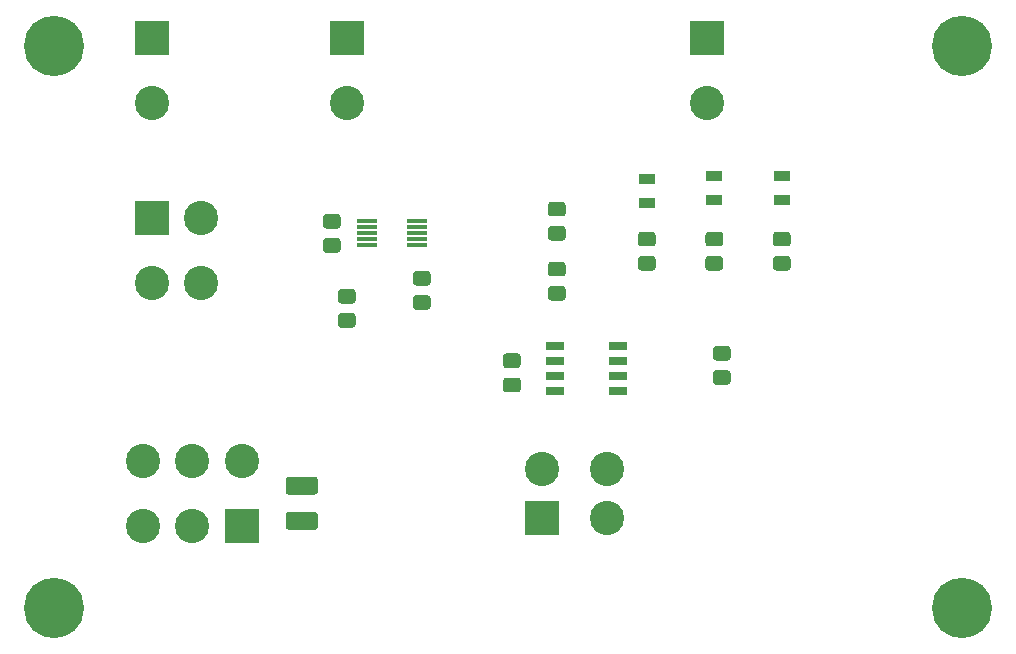
<source format=gbr>
%TF.GenerationSoftware,KiCad,Pcbnew,(5.1.6)-1*%
%TF.CreationDate,2021-01-11T16:43:41-05:00*%
%TF.ProjectId,GLV_BOBV6,474c565f-424f-4425-9636-2e6b69636164,rev?*%
%TF.SameCoordinates,Original*%
%TF.FileFunction,Soldermask,Top*%
%TF.FilePolarity,Negative*%
%FSLAX46Y46*%
G04 Gerber Fmt 4.6, Leading zero omitted, Abs format (unit mm)*
G04 Created by KiCad (PCBNEW (5.1.6)-1) date 2021-01-11 16:43:41*
%MOMM*%
%LPD*%
G01*
G04 APERTURE LIST*
%ADD10R,1.649400X0.658800*%
%ADD11R,1.344600X0.963600*%
%ADD12R,2.900000X2.900000*%
%ADD13C,2.900000*%
%ADD14R,1.674800X0.379400*%
%ADD15C,5.100000*%
G04 APERTURE END LIST*
%TO.C,R3*%
G36*
G01*
X149068262Y-46100000D02*
X148111738Y-46100000D01*
G75*
G02*
X147840000Y-45828262I0J271738D01*
G01*
X147840000Y-45121738D01*
G75*
G02*
X148111738Y-44850000I271738J0D01*
G01*
X149068262Y-44850000D01*
G75*
G02*
X149340000Y-45121738I0J-271738D01*
G01*
X149340000Y-45828262D01*
G75*
G02*
X149068262Y-46100000I-271738J0D01*
G01*
G37*
G36*
G01*
X149068262Y-44050000D02*
X148111738Y-44050000D01*
G75*
G02*
X147840000Y-43778262I0J271738D01*
G01*
X147840000Y-43071738D01*
G75*
G02*
X148111738Y-42800000I271738J0D01*
G01*
X149068262Y-42800000D01*
G75*
G02*
X149340000Y-43071738I0J-271738D01*
G01*
X149340000Y-43778262D01*
G75*
G02*
X149068262Y-44050000I-271738J0D01*
G01*
G37*
%TD*%
%TO.C,R2*%
G36*
G01*
X155418262Y-42535000D02*
X154461738Y-42535000D01*
G75*
G02*
X154190000Y-42263262I0J271738D01*
G01*
X154190000Y-41556738D01*
G75*
G02*
X154461738Y-41285000I271738J0D01*
G01*
X155418262Y-41285000D01*
G75*
G02*
X155690000Y-41556738I0J-271738D01*
G01*
X155690000Y-42263262D01*
G75*
G02*
X155418262Y-42535000I-271738J0D01*
G01*
G37*
G36*
G01*
X155418262Y-44585000D02*
X154461738Y-44585000D01*
G75*
G02*
X154190000Y-44313262I0J271738D01*
G01*
X154190000Y-43606738D01*
G75*
G02*
X154461738Y-43335000I271738J0D01*
G01*
X155418262Y-43335000D01*
G75*
G02*
X155690000Y-43606738I0J-271738D01*
G01*
X155690000Y-44313262D01*
G75*
G02*
X155418262Y-44585000I-271738J0D01*
G01*
G37*
%TD*%
%TO.C,C1*%
G36*
G01*
X147798262Y-39750000D02*
X146841738Y-39750000D01*
G75*
G02*
X146570000Y-39478262I0J271738D01*
G01*
X146570000Y-38771738D01*
G75*
G02*
X146841738Y-38500000I271738J0D01*
G01*
X147798262Y-38500000D01*
G75*
G02*
X148070000Y-38771738I0J-271738D01*
G01*
X148070000Y-39478262D01*
G75*
G02*
X147798262Y-39750000I-271738J0D01*
G01*
G37*
G36*
G01*
X147798262Y-37700000D02*
X146841738Y-37700000D01*
G75*
G02*
X146570000Y-37428262I0J271738D01*
G01*
X146570000Y-36721738D01*
G75*
G02*
X146841738Y-36450000I271738J0D01*
G01*
X147798262Y-36450000D01*
G75*
G02*
X148070000Y-36721738I0J-271738D01*
G01*
X148070000Y-37428262D01*
G75*
G02*
X147798262Y-37700000I-271738J0D01*
G01*
G37*
%TD*%
%TO.C,C2*%
G36*
G01*
X162081738Y-50320000D02*
X163038262Y-50320000D01*
G75*
G02*
X163310000Y-50591738I0J-271738D01*
G01*
X163310000Y-51298262D01*
G75*
G02*
X163038262Y-51570000I-271738J0D01*
G01*
X162081738Y-51570000D01*
G75*
G02*
X161810000Y-51298262I0J271738D01*
G01*
X161810000Y-50591738D01*
G75*
G02*
X162081738Y-50320000I271738J0D01*
G01*
G37*
G36*
G01*
X162081738Y-48270000D02*
X163038262Y-48270000D01*
G75*
G02*
X163310000Y-48541738I0J-271738D01*
G01*
X163310000Y-49248262D01*
G75*
G02*
X163038262Y-49520000I-271738J0D01*
G01*
X162081738Y-49520000D01*
G75*
G02*
X161810000Y-49248262I0J271738D01*
G01*
X161810000Y-48541738D01*
G75*
G02*
X162081738Y-48270000I271738J0D01*
G01*
G37*
%TD*%
%TO.C,C3*%
G36*
G01*
X180818262Y-50935000D02*
X179861738Y-50935000D01*
G75*
G02*
X179590000Y-50663262I0J271738D01*
G01*
X179590000Y-49956738D01*
G75*
G02*
X179861738Y-49685000I271738J0D01*
G01*
X180818262Y-49685000D01*
G75*
G02*
X181090000Y-49956738I0J-271738D01*
G01*
X181090000Y-50663262D01*
G75*
G02*
X180818262Y-50935000I-271738J0D01*
G01*
G37*
G36*
G01*
X180818262Y-48885000D02*
X179861738Y-48885000D01*
G75*
G02*
X179590000Y-48613262I0J271738D01*
G01*
X179590000Y-47906738D01*
G75*
G02*
X179861738Y-47635000I271738J0D01*
G01*
X180818262Y-47635000D01*
G75*
G02*
X181090000Y-47906738I0J-271738D01*
G01*
X181090000Y-48613262D01*
G75*
G02*
X180818262Y-48885000I-271738J0D01*
G01*
G37*
%TD*%
D10*
%TO.C,CR1*%
X166230300Y-47625000D03*
X166230300Y-48895000D03*
X166230300Y-50165000D03*
X166230300Y-51435000D03*
X171589700Y-51435000D03*
X171589700Y-50165000D03*
X171589700Y-48895000D03*
X171589700Y-47625000D03*
%TD*%
D11*
%TO.C,D1*%
X173990000Y-33502600D03*
X173990000Y-35560000D03*
%TD*%
%TO.C,D2*%
X179705000Y-35318700D03*
X179705000Y-33261300D03*
%TD*%
%TO.C,D3*%
X185420000Y-33261300D03*
X185420000Y-35318700D03*
%TD*%
D12*
%TO.C,J1*%
X132080000Y-21590000D03*
D13*
X132080000Y-27090000D03*
%TD*%
D12*
%TO.C,J2*%
X179070000Y-21590000D03*
D13*
X179070000Y-27090000D03*
%TD*%
%TO.C,J3*%
X148590000Y-27090000D03*
D12*
X148590000Y-21590000D03*
%TD*%
D13*
%TO.C,J4*%
X170600000Y-58030000D03*
X170600000Y-62230000D03*
X165100000Y-58030000D03*
D12*
X165100000Y-62230000D03*
%TD*%
%TO.C,J5*%
X132080000Y-36830000D03*
D13*
X136280000Y-36830000D03*
X132080000Y-42330000D03*
X136280000Y-42330000D03*
%TD*%
D12*
%TO.C,J6*%
X139700000Y-62865000D03*
D13*
X135500000Y-62865000D03*
X131300000Y-62865000D03*
X139700000Y-57365000D03*
X135500000Y-57365000D03*
X131300000Y-57365000D03*
%TD*%
%TO.C,R1*%
G36*
G01*
X143672544Y-58710000D02*
X145887456Y-58710000D01*
G75*
G02*
X146155000Y-58977544I0J-267544D01*
G01*
X146155000Y-59967456D01*
G75*
G02*
X145887456Y-60235000I-267544J0D01*
G01*
X143672544Y-60235000D01*
G75*
G02*
X143405000Y-59967456I0J267544D01*
G01*
X143405000Y-58977544D01*
G75*
G02*
X143672544Y-58710000I267544J0D01*
G01*
G37*
G36*
G01*
X143672544Y-61685000D02*
X145887456Y-61685000D01*
G75*
G02*
X146155000Y-61952544I0J-267544D01*
G01*
X146155000Y-62942456D01*
G75*
G02*
X145887456Y-63210000I-267544J0D01*
G01*
X143672544Y-63210000D01*
G75*
G02*
X143405000Y-62942456I0J267544D01*
G01*
X143405000Y-61952544D01*
G75*
G02*
X143672544Y-61685000I267544J0D01*
G01*
G37*
%TD*%
%TO.C,R4*%
G36*
G01*
X166848262Y-41755000D02*
X165891738Y-41755000D01*
G75*
G02*
X165620000Y-41483262I0J271738D01*
G01*
X165620000Y-40776738D01*
G75*
G02*
X165891738Y-40505000I271738J0D01*
G01*
X166848262Y-40505000D01*
G75*
G02*
X167120000Y-40776738I0J-271738D01*
G01*
X167120000Y-41483262D01*
G75*
G02*
X166848262Y-41755000I-271738J0D01*
G01*
G37*
G36*
G01*
X166848262Y-43805000D02*
X165891738Y-43805000D01*
G75*
G02*
X165620000Y-43533262I0J271738D01*
G01*
X165620000Y-42826738D01*
G75*
G02*
X165891738Y-42555000I271738J0D01*
G01*
X166848262Y-42555000D01*
G75*
G02*
X167120000Y-42826738I0J-271738D01*
G01*
X167120000Y-43533262D01*
G75*
G02*
X166848262Y-43805000I-271738J0D01*
G01*
G37*
%TD*%
%TO.C,R5*%
G36*
G01*
X166848262Y-38725000D02*
X165891738Y-38725000D01*
G75*
G02*
X165620000Y-38453262I0J271738D01*
G01*
X165620000Y-37746738D01*
G75*
G02*
X165891738Y-37475000I271738J0D01*
G01*
X166848262Y-37475000D01*
G75*
G02*
X167120000Y-37746738I0J-271738D01*
G01*
X167120000Y-38453262D01*
G75*
G02*
X166848262Y-38725000I-271738J0D01*
G01*
G37*
G36*
G01*
X166848262Y-36675000D02*
X165891738Y-36675000D01*
G75*
G02*
X165620000Y-36403262I0J271738D01*
G01*
X165620000Y-35696738D01*
G75*
G02*
X165891738Y-35425000I271738J0D01*
G01*
X166848262Y-35425000D01*
G75*
G02*
X167120000Y-35696738I0J-271738D01*
G01*
X167120000Y-36403262D01*
G75*
G02*
X166848262Y-36675000I-271738J0D01*
G01*
G37*
%TD*%
%TO.C,R7*%
G36*
G01*
X173511738Y-37965000D02*
X174468262Y-37965000D01*
G75*
G02*
X174740000Y-38236738I0J-271738D01*
G01*
X174740000Y-38943262D01*
G75*
G02*
X174468262Y-39215000I-271738J0D01*
G01*
X173511738Y-39215000D01*
G75*
G02*
X173240000Y-38943262I0J271738D01*
G01*
X173240000Y-38236738D01*
G75*
G02*
X173511738Y-37965000I271738J0D01*
G01*
G37*
G36*
G01*
X173511738Y-40015000D02*
X174468262Y-40015000D01*
G75*
G02*
X174740000Y-40286738I0J-271738D01*
G01*
X174740000Y-40993262D01*
G75*
G02*
X174468262Y-41265000I-271738J0D01*
G01*
X173511738Y-41265000D01*
G75*
G02*
X173240000Y-40993262I0J271738D01*
G01*
X173240000Y-40286738D01*
G75*
G02*
X173511738Y-40015000I271738J0D01*
G01*
G37*
%TD*%
%TO.C,R8*%
G36*
G01*
X179226738Y-37965000D02*
X180183262Y-37965000D01*
G75*
G02*
X180455000Y-38236738I0J-271738D01*
G01*
X180455000Y-38943262D01*
G75*
G02*
X180183262Y-39215000I-271738J0D01*
G01*
X179226738Y-39215000D01*
G75*
G02*
X178955000Y-38943262I0J271738D01*
G01*
X178955000Y-38236738D01*
G75*
G02*
X179226738Y-37965000I271738J0D01*
G01*
G37*
G36*
G01*
X179226738Y-40015000D02*
X180183262Y-40015000D01*
G75*
G02*
X180455000Y-40286738I0J-271738D01*
G01*
X180455000Y-40993262D01*
G75*
G02*
X180183262Y-41265000I-271738J0D01*
G01*
X179226738Y-41265000D01*
G75*
G02*
X178955000Y-40993262I0J271738D01*
G01*
X178955000Y-40286738D01*
G75*
G02*
X179226738Y-40015000I271738J0D01*
G01*
G37*
%TD*%
%TO.C,R9*%
G36*
G01*
X184941738Y-40015000D02*
X185898262Y-40015000D01*
G75*
G02*
X186170000Y-40286738I0J-271738D01*
G01*
X186170000Y-40993262D01*
G75*
G02*
X185898262Y-41265000I-271738J0D01*
G01*
X184941738Y-41265000D01*
G75*
G02*
X184670000Y-40993262I0J271738D01*
G01*
X184670000Y-40286738D01*
G75*
G02*
X184941738Y-40015000I271738J0D01*
G01*
G37*
G36*
G01*
X184941738Y-37965000D02*
X185898262Y-37965000D01*
G75*
G02*
X186170000Y-38236738I0J-271738D01*
G01*
X186170000Y-38943262D01*
G75*
G02*
X185898262Y-39215000I-271738J0D01*
G01*
X184941738Y-39215000D01*
G75*
G02*
X184670000Y-38943262I0J271738D01*
G01*
X184670000Y-38236738D01*
G75*
G02*
X184941738Y-37965000I271738J0D01*
G01*
G37*
%TD*%
D14*
%TO.C,U1*%
X150304500Y-37099999D03*
X150304500Y-37600001D03*
X150304500Y-38100000D03*
X150304500Y-38599999D03*
X150304500Y-39100001D03*
X154495500Y-39100001D03*
X154495500Y-38599999D03*
X154495500Y-38100000D03*
X154495500Y-37600001D03*
X154495500Y-37099999D03*
%TD*%
D15*
%TO.C,H1*%
X123825000Y-22225000D03*
%TD*%
%TO.C,H2*%
X123825000Y-69850000D03*
%TD*%
%TO.C,H3*%
X200660000Y-22225000D03*
%TD*%
%TO.C,H4*%
X200660000Y-69850000D03*
%TD*%
M02*

</source>
